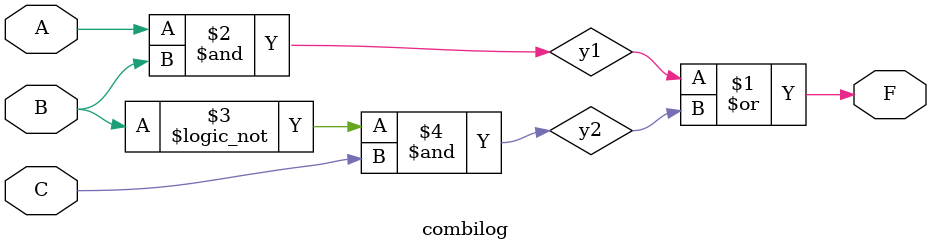
<source format=sv>
module combilog(input logic A,B,C,
 output logic F);

  logic y1;
  logic y2;
  or  (F,y1,y2);
  and  (y1,A,B);
  and  (y2,!B,C);

endmodule
</source>
